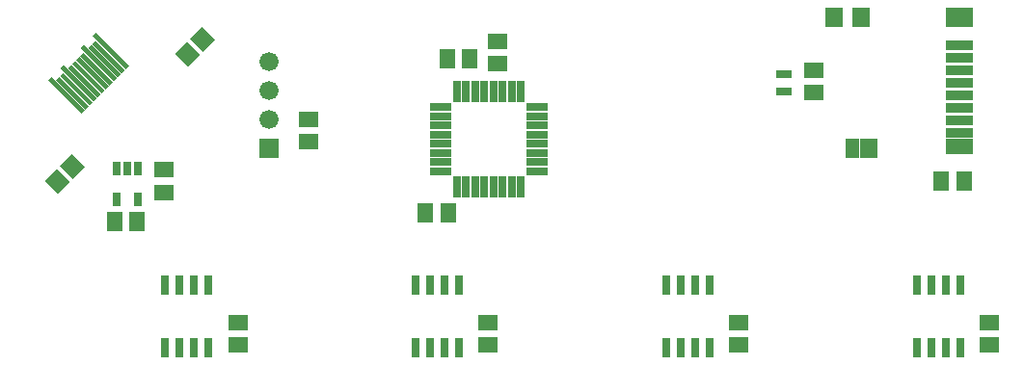
<source format=gts>
G75*
%MOIN*%
%OFA0B0*%
%FSLAX24Y24*%
%IPPOS*%
%LPD*%
%AMOC8*
5,1,8,0,0,1.08239X$1,22.5*
%
%ADD10R,0.0257X0.0651*%
%ADD11R,0.0660X0.0660*%
%ADD12C,0.0660*%
%ADD13R,0.0572X0.0690*%
%ADD14R,0.0946X0.0572*%
%ADD15R,0.0946X0.0336*%
%ADD16R,0.0946X0.0651*%
%ADD17R,0.0611X0.0651*%
%ADD18R,0.0454X0.0651*%
%ADD19R,0.0769X0.0277*%
%ADD20R,0.0277X0.0769*%
%ADD21R,0.0690X0.0572*%
%ADD22R,0.0651X0.0572*%
%ADD23R,0.0277X0.0454*%
%ADD24R,0.1438X0.0158*%
%ADD25R,0.1635X0.0158*%
%ADD26R,0.0572X0.0651*%
%ADD27R,0.0560X0.0260*%
D10*
X008238Y008460D03*
X008738Y008460D03*
X009238Y008460D03*
X009738Y008460D03*
X009738Y010626D03*
X009238Y010626D03*
X008738Y010626D03*
X008238Y010626D03*
X016899Y010626D03*
X017399Y010626D03*
X017899Y010626D03*
X018399Y010626D03*
X018399Y008460D03*
X017899Y008460D03*
X017399Y008460D03*
X016899Y008460D03*
X025561Y008460D03*
X026061Y008460D03*
X026561Y008460D03*
X027061Y008460D03*
X027061Y010626D03*
X026561Y010626D03*
X026061Y010626D03*
X025561Y010626D03*
X034222Y010626D03*
X034722Y010626D03*
X035222Y010626D03*
X035722Y010626D03*
X035722Y008460D03*
X035222Y008460D03*
X034722Y008460D03*
X034222Y008460D03*
D11*
X011839Y015381D03*
D12*
X011839Y016381D03*
X011839Y017381D03*
X011839Y018381D03*
D13*
X017995Y018481D03*
X018782Y018481D03*
X018032Y013131D03*
X017245Y013131D03*
X007282Y012831D03*
X006495Y012831D03*
X035070Y014231D03*
X035857Y014231D03*
D14*
X035721Y015421D03*
D15*
X035721Y015894D03*
X035721Y016327D03*
X035721Y016760D03*
X035721Y017193D03*
X035721Y017626D03*
X035721Y018059D03*
X035721Y018492D03*
X035721Y018925D03*
D16*
X035721Y019890D03*
D17*
X032296Y019890D03*
X031371Y019890D03*
X032581Y015382D03*
D18*
X031991Y015382D03*
D19*
X021092Y015524D03*
X021092Y015209D03*
X021092Y014894D03*
X021092Y014579D03*
X021092Y015839D03*
X021092Y016154D03*
X021092Y016469D03*
X021092Y016784D03*
X017785Y016784D03*
X017785Y016469D03*
X017785Y016154D03*
X017785Y015839D03*
X017785Y015524D03*
X017785Y015209D03*
X017785Y014894D03*
X017785Y014579D03*
D20*
X018336Y014028D03*
X018651Y014028D03*
X018966Y014028D03*
X019281Y014028D03*
X019596Y014028D03*
X019911Y014028D03*
X020226Y014028D03*
X020541Y014028D03*
X020541Y017335D03*
X020226Y017335D03*
X019911Y017335D03*
X019596Y017335D03*
X019281Y017335D03*
X018966Y017335D03*
X018651Y017335D03*
X018336Y017335D03*
D21*
X019739Y018288D03*
X019739Y019075D03*
X008189Y014625D03*
X008189Y013838D03*
X010759Y009346D03*
X010759Y008559D03*
X019421Y008559D03*
X019421Y009346D03*
X028082Y009346D03*
X028082Y008559D03*
X036744Y008559D03*
X036744Y009346D03*
D22*
X030657Y017315D03*
X030657Y018063D03*
X013189Y016356D03*
X013189Y015607D03*
D23*
X007313Y014663D03*
X006939Y014663D03*
X006565Y014663D03*
X006565Y013600D03*
X007313Y013600D03*
D24*
G36*
X004589Y017840D02*
X005605Y016824D01*
X005493Y016712D01*
X004477Y017728D01*
X004589Y017840D01*
G37*
G36*
X004728Y017980D02*
X005744Y016964D01*
X005632Y016852D01*
X004616Y017868D01*
X004728Y017980D01*
G37*
G36*
X005007Y018258D02*
X006023Y017242D01*
X005911Y017130D01*
X004895Y018146D01*
X005007Y018258D01*
G37*
G36*
X005146Y018397D02*
X006162Y017381D01*
X006050Y017269D01*
X005034Y018285D01*
X005146Y018397D01*
G37*
G36*
X005285Y018536D02*
X006301Y017520D01*
X006189Y017408D01*
X005173Y018424D01*
X005285Y018536D01*
G37*
G36*
X005424Y018675D02*
X006440Y017659D01*
X006328Y017547D01*
X005312Y018563D01*
X005424Y018675D01*
G37*
G36*
X005703Y018954D02*
X006719Y017938D01*
X006607Y017826D01*
X005591Y018842D01*
X005703Y018954D01*
G37*
G36*
X005842Y019093D02*
X006858Y018077D01*
X006746Y017965D01*
X005730Y018981D01*
X005842Y019093D01*
G37*
D25*
G36*
X005842Y019371D02*
X006996Y018217D01*
X006884Y018105D01*
X005730Y019259D01*
X005842Y019371D01*
G37*
G36*
X005425Y018953D02*
X006579Y017799D01*
X006467Y017687D01*
X005313Y018841D01*
X005425Y018953D01*
G37*
G36*
X004729Y018257D02*
X005883Y017103D01*
X005771Y016991D01*
X004617Y018145D01*
X004729Y018257D01*
G37*
G36*
X004311Y017840D02*
X005465Y016686D01*
X005353Y016574D01*
X004199Y017728D01*
X004311Y017840D01*
G37*
D26*
G36*
X008592Y018644D02*
X008997Y019049D01*
X009456Y018590D01*
X009051Y018185D01*
X008592Y018644D01*
G37*
G36*
X009121Y019173D02*
X009526Y019578D01*
X009985Y019119D01*
X009580Y018714D01*
X009121Y019173D01*
G37*
G36*
X004621Y014773D02*
X005026Y015178D01*
X005485Y014719D01*
X005080Y014314D01*
X004621Y014773D01*
G37*
G36*
X004092Y014244D02*
X004497Y014649D01*
X004956Y014190D01*
X004551Y013785D01*
X004092Y014244D01*
G37*
D27*
X029653Y017330D03*
X029653Y017930D03*
M02*

</source>
